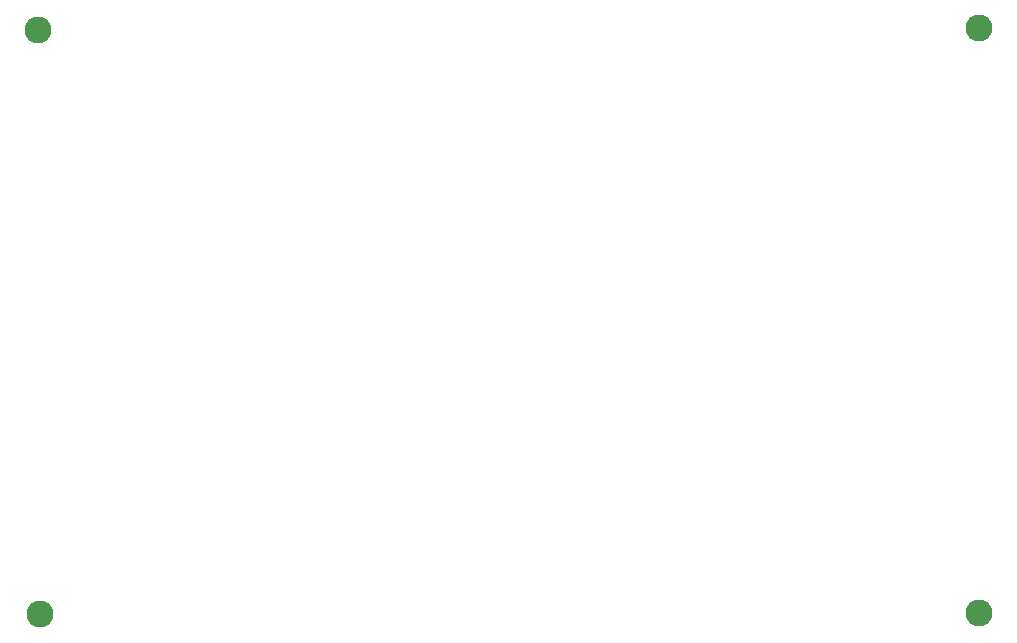
<source format=gbr>
%TF.GenerationSoftware,KiCad,Pcbnew,7.0.8*%
%TF.CreationDate,2023-11-15T14:15:31+01:00*%
%TF.ProjectId,tarjeta-rev1,7461726a-6574-4612-9d72-6576312e6b69,rev?*%
%TF.SameCoordinates,Original*%
%TF.FileFunction,Soldermask,Bot*%
%TF.FilePolarity,Negative*%
%FSLAX46Y46*%
G04 Gerber Fmt 4.6, Leading zero omitted, Abs format (unit mm)*
G04 Created by KiCad (PCBNEW 7.0.8) date 2023-11-15 14:15:31*
%MOMM*%
%LPD*%
G01*
G04 APERTURE LIST*
%ADD10C,2.286000*%
G04 APERTURE END LIST*
D10*
%TO.C,REF\u002A\u002A*%
X585900000Y-161100000D03*
X586100000Y-210600000D03*
X665600000Y-161000000D03*
X665600000Y-210500000D03*
%TD*%
M02*

</source>
